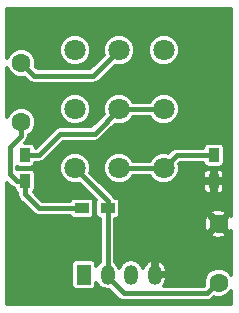
<source format=gtl>
%TF.GenerationSoftware,KiCad,Pcbnew,4.0.4-1.fc24-product*%
%TF.CreationDate,2018-03-01T10:39:20+11:00*%
%TF.ProjectId,MID_STACK,4D49445F535441434B2E6B696361645F,rev?*%
%TF.FileFunction,Copper,L1,Top,Signal*%
%FSLAX46Y46*%
G04 Gerber Fmt 4.6, Leading zero omitted, Abs format (unit mm)*
G04 Created by KiCad (PCBNEW 4.0.4-1.fc24-product) date Thu Mar  1 10:39:20 2018*
%MOMM*%
%LPD*%
G01*
G04 APERTURE LIST*
%ADD10C,0.100000*%
%ADD11C,1.800000*%
%ADD12R,1.200000X1.700000*%
%ADD13O,1.200000X1.700000*%
%ADD14R,0.900000X1.200000*%
%ADD15C,1.600000*%
%ADD16R,1.200000X0.900000*%
%ADD17C,0.400000*%
%ADD18C,0.300000*%
G04 APERTURE END LIST*
D10*
D11*
X178750000Y-96000000D03*
X175000000Y-96000000D03*
X171250000Y-96000000D03*
X178750000Y-101000000D03*
X175000000Y-101000000D03*
X171250000Y-101000000D03*
X171250000Y-106000000D03*
X175000000Y-106000000D03*
X178750000Y-106000000D03*
D12*
X172000000Y-115000000D03*
D13*
X174000000Y-115000000D03*
X176000000Y-115000000D03*
X178000000Y-115000000D03*
D14*
X167000000Y-107100000D03*
X167000000Y-104900000D03*
X183000000Y-104900000D03*
X183000000Y-107100000D03*
D15*
X166700000Y-97100000D03*
X166700000Y-102100000D03*
X183400000Y-115700000D03*
X183400000Y-110700000D03*
D16*
X171800000Y-109400000D03*
X174000000Y-109400000D03*
D17*
X172800000Y-98200000D02*
X167800000Y-98200000D01*
X167800000Y-98200000D02*
X166700000Y-97100000D01*
X175000000Y-96000000D02*
X172800000Y-98200000D01*
X166700000Y-102100000D02*
X166700000Y-103231370D01*
X166700000Y-103231370D02*
X165700000Y-104231370D01*
X165700000Y-104231370D02*
X165700000Y-106500000D01*
X165700000Y-106500000D02*
X166300000Y-107100000D01*
X166300000Y-107100000D02*
X167000000Y-107100000D01*
X167000000Y-107100000D02*
X167000000Y-108200000D01*
X167000000Y-108200000D02*
X168200000Y-109400000D01*
X168200000Y-109400000D02*
X170800000Y-109400000D01*
X170800000Y-109400000D02*
X171800000Y-109400000D01*
X183300000Y-115700000D02*
X182400000Y-116600000D01*
X182400000Y-116600000D02*
X175350000Y-116600000D01*
X175350000Y-116600000D02*
X174000000Y-115250000D01*
X174000000Y-115250000D02*
X174000000Y-115000000D01*
X171250000Y-106000000D02*
X174000000Y-108750000D01*
X174000000Y-108750000D02*
X174000000Y-109400000D01*
X171300000Y-106000000D02*
X171250000Y-106000000D01*
X174000000Y-115000000D02*
X174000000Y-109400000D01*
X175000000Y-101000000D02*
X178750000Y-101000000D01*
X170000000Y-103100000D02*
X172900000Y-103100000D01*
X172900000Y-103100000D02*
X175000000Y-101000000D01*
X168200000Y-104900000D02*
X170000000Y-103100000D01*
X167000000Y-104900000D02*
X168200000Y-104900000D01*
X167000000Y-104900000D02*
X167000000Y-104750000D01*
X183000000Y-104900000D02*
X179850000Y-104900000D01*
X179850000Y-104900000D02*
X178750000Y-106000000D01*
X175000000Y-106000000D02*
X178750000Y-106000000D01*
D18*
G36*
X184475000Y-110060729D02*
X184320842Y-109991290D01*
X183612132Y-110700000D01*
X184320842Y-111408710D01*
X184475000Y-111339271D01*
X184475000Y-115028395D01*
X184460316Y-114992857D01*
X184108993Y-114640919D01*
X183649731Y-114450217D01*
X183152450Y-114449783D01*
X182692857Y-114639684D01*
X182340919Y-114991007D01*
X182150217Y-115450269D01*
X182149797Y-115930964D01*
X182130762Y-115950000D01*
X178775845Y-115950000D01*
X178953583Y-115717073D01*
X179059737Y-115316599D01*
X178944608Y-115150000D01*
X178150000Y-115150000D01*
X178150000Y-115170000D01*
X177850000Y-115170000D01*
X177850000Y-115150000D01*
X177830000Y-115150000D01*
X177830000Y-114850000D01*
X177850000Y-114850000D01*
X177850000Y-113824578D01*
X178150000Y-113824578D01*
X178150000Y-114850000D01*
X178944608Y-114850000D01*
X179059737Y-114683401D01*
X178953583Y-114282927D01*
X178702255Y-113953560D01*
X178310725Y-113747030D01*
X178150000Y-113824578D01*
X177850000Y-113824578D01*
X177689275Y-113747030D01*
X177297745Y-113953560D01*
X177046417Y-114282927D01*
X176998281Y-114464522D01*
X176970074Y-114322713D01*
X176742462Y-113982069D01*
X176401818Y-113754457D01*
X176000000Y-113674531D01*
X175598182Y-113754457D01*
X175257538Y-113982069D01*
X175029926Y-114322713D01*
X175000000Y-114473162D01*
X174970074Y-114322713D01*
X174742462Y-113982069D01*
X174650000Y-113920288D01*
X174650000Y-111620842D01*
X182691290Y-111620842D01*
X182777433Y-111812085D01*
X183250400Y-111965679D01*
X183746142Y-111926583D01*
X184022567Y-111812085D01*
X184108710Y-111620842D01*
X183400000Y-110912132D01*
X182691290Y-111620842D01*
X174650000Y-111620842D01*
X174650000Y-110550400D01*
X182134321Y-110550400D01*
X182173417Y-111046142D01*
X182287915Y-111322567D01*
X182479158Y-111408710D01*
X183187868Y-110700000D01*
X182479158Y-109991290D01*
X182287915Y-110077433D01*
X182134321Y-110550400D01*
X174650000Y-110550400D01*
X174650000Y-110299408D01*
X174766760Y-110277438D01*
X174919919Y-110178883D01*
X175022668Y-110028505D01*
X175058816Y-109850000D01*
X175058816Y-109779158D01*
X182691290Y-109779158D01*
X183400000Y-110487868D01*
X184108710Y-109779158D01*
X184022567Y-109587915D01*
X183549600Y-109434321D01*
X183053858Y-109473417D01*
X182777433Y-109587915D01*
X182691290Y-109779158D01*
X175058816Y-109779158D01*
X175058816Y-108950000D01*
X175027438Y-108783240D01*
X174928883Y-108630081D01*
X174778505Y-108527332D01*
X174600000Y-108491184D01*
X174593793Y-108491184D01*
X174459619Y-108290380D01*
X173531739Y-107362500D01*
X182100000Y-107362500D01*
X182100000Y-107789511D01*
X182168509Y-107954905D01*
X182295096Y-108081492D01*
X182460490Y-108150000D01*
X182737500Y-108150000D01*
X182850000Y-108037500D01*
X182850000Y-107250000D01*
X183150000Y-107250000D01*
X183150000Y-108037500D01*
X183262500Y-108150000D01*
X183539510Y-108150000D01*
X183704904Y-108081492D01*
X183831491Y-107954905D01*
X183900000Y-107789511D01*
X183900000Y-107362500D01*
X183787500Y-107250000D01*
X183150000Y-107250000D01*
X182850000Y-107250000D01*
X182212500Y-107250000D01*
X182100000Y-107362500D01*
X173531739Y-107362500D01*
X172552581Y-106383342D01*
X172599765Y-106269710D01*
X172599767Y-106267353D01*
X173649766Y-106267353D01*
X173854858Y-106763715D01*
X174234288Y-107143807D01*
X174730290Y-107349765D01*
X175267353Y-107350234D01*
X175763715Y-107145142D01*
X176143807Y-106765712D01*
X176191855Y-106650000D01*
X177557872Y-106650000D01*
X177604858Y-106763715D01*
X177984288Y-107143807D01*
X178480290Y-107349765D01*
X179017353Y-107350234D01*
X179513715Y-107145142D01*
X179893807Y-106765712D01*
X180041308Y-106410489D01*
X182100000Y-106410489D01*
X182100000Y-106837500D01*
X182212500Y-106950000D01*
X182850000Y-106950000D01*
X182850000Y-106162500D01*
X183150000Y-106162500D01*
X183150000Y-106950000D01*
X183787500Y-106950000D01*
X183900000Y-106837500D01*
X183900000Y-106410489D01*
X183831491Y-106245095D01*
X183704904Y-106118508D01*
X183539510Y-106050000D01*
X183262500Y-106050000D01*
X183150000Y-106162500D01*
X182850000Y-106162500D01*
X182737500Y-106050000D01*
X182460490Y-106050000D01*
X182295096Y-106118508D01*
X182168509Y-106245095D01*
X182100000Y-106410489D01*
X180041308Y-106410489D01*
X180099765Y-106269710D01*
X180100234Y-105732647D01*
X180052388Y-105616850D01*
X180119238Y-105550000D01*
X182100592Y-105550000D01*
X182122562Y-105666760D01*
X182221117Y-105819919D01*
X182371495Y-105922668D01*
X182550000Y-105958816D01*
X183450000Y-105958816D01*
X183616760Y-105927438D01*
X183769919Y-105828883D01*
X183872668Y-105678505D01*
X183908816Y-105500000D01*
X183908816Y-104300000D01*
X183877438Y-104133240D01*
X183778883Y-103980081D01*
X183628505Y-103877332D01*
X183450000Y-103841184D01*
X182550000Y-103841184D01*
X182383240Y-103872562D01*
X182230081Y-103971117D01*
X182127332Y-104121495D01*
X182101309Y-104250000D01*
X179850000Y-104250000D01*
X179646990Y-104290381D01*
X179601255Y-104299478D01*
X179390381Y-104440381D01*
X179133343Y-104697419D01*
X179019710Y-104650235D01*
X178482647Y-104649766D01*
X177986285Y-104854858D01*
X177606193Y-105234288D01*
X177558145Y-105350000D01*
X176192128Y-105350000D01*
X176145142Y-105236285D01*
X175765712Y-104856193D01*
X175269710Y-104650235D01*
X174732647Y-104649766D01*
X174236285Y-104854858D01*
X173856193Y-105234288D01*
X173650235Y-105730290D01*
X173649766Y-106267353D01*
X172599767Y-106267353D01*
X172600234Y-105732647D01*
X172395142Y-105236285D01*
X172015712Y-104856193D01*
X171519710Y-104650235D01*
X170982647Y-104649766D01*
X170486285Y-104854858D01*
X170106193Y-105234288D01*
X169900235Y-105730290D01*
X169899766Y-106267353D01*
X170104858Y-106763715D01*
X170484288Y-107143807D01*
X170980290Y-107349765D01*
X171517353Y-107350234D01*
X171633150Y-107302388D01*
X173028041Y-108697280D01*
X172977332Y-108771495D01*
X172941184Y-108950000D01*
X172941184Y-109850000D01*
X172972562Y-110016760D01*
X173071117Y-110169919D01*
X173221495Y-110272668D01*
X173350000Y-110298691D01*
X173350000Y-113920288D01*
X173257538Y-113982069D01*
X173058816Y-114279476D01*
X173058816Y-114150000D01*
X173027438Y-113983240D01*
X172928883Y-113830081D01*
X172778505Y-113727332D01*
X172600000Y-113691184D01*
X171400000Y-113691184D01*
X171233240Y-113722562D01*
X171080081Y-113821117D01*
X170977332Y-113971495D01*
X170941184Y-114150000D01*
X170941184Y-115850000D01*
X170972562Y-116016760D01*
X171071117Y-116169919D01*
X171221495Y-116272668D01*
X171400000Y-116308816D01*
X172600000Y-116308816D01*
X172766760Y-116277438D01*
X172919919Y-116178883D01*
X173022668Y-116028505D01*
X173058816Y-115850000D01*
X173058816Y-115720524D01*
X173257538Y-116017931D01*
X173598182Y-116245543D01*
X174000000Y-116325469D01*
X174130310Y-116299549D01*
X174890380Y-117059619D01*
X175101255Y-117200522D01*
X175142524Y-117208731D01*
X175350000Y-117250000D01*
X182400000Y-117250000D01*
X182607476Y-117208731D01*
X182648745Y-117200522D01*
X182859619Y-117059619D01*
X183022507Y-116896732D01*
X183150269Y-116949783D01*
X183647550Y-116950217D01*
X184107143Y-116760316D01*
X184459081Y-116408993D01*
X184475000Y-116370656D01*
X184475000Y-117475000D01*
X165525000Y-117475000D01*
X165525000Y-107244238D01*
X165840380Y-107559619D01*
X166051255Y-107700522D01*
X166092524Y-107708731D01*
X166092839Y-107708793D01*
X166122562Y-107866760D01*
X166221117Y-108019919D01*
X166350000Y-108107981D01*
X166350000Y-108200000D01*
X166367978Y-108290380D01*
X166399478Y-108448745D01*
X166540381Y-108659619D01*
X167740380Y-109859619D01*
X167951255Y-110000522D01*
X167992524Y-110008731D01*
X168200000Y-110050000D01*
X170793951Y-110050000D01*
X170871117Y-110169919D01*
X171021495Y-110272668D01*
X171200000Y-110308816D01*
X172400000Y-110308816D01*
X172566760Y-110277438D01*
X172719919Y-110178883D01*
X172822668Y-110028505D01*
X172858816Y-109850000D01*
X172858816Y-108950000D01*
X172827438Y-108783240D01*
X172728883Y-108630081D01*
X172578505Y-108527332D01*
X172400000Y-108491184D01*
X171200000Y-108491184D01*
X171033240Y-108522562D01*
X170880081Y-108621117D01*
X170792019Y-108750000D01*
X168469239Y-108750000D01*
X167756656Y-108037418D01*
X167769919Y-108028883D01*
X167872668Y-107878505D01*
X167908816Y-107700000D01*
X167908816Y-106500000D01*
X167877438Y-106333240D01*
X167778883Y-106180081D01*
X167628505Y-106077332D01*
X167450000Y-106041184D01*
X166550000Y-106041184D01*
X166383240Y-106072562D01*
X166350000Y-106093951D01*
X166350000Y-105907981D01*
X166371495Y-105922668D01*
X166550000Y-105958816D01*
X167450000Y-105958816D01*
X167616760Y-105927438D01*
X167769919Y-105828883D01*
X167872668Y-105678505D01*
X167898691Y-105550000D01*
X168200000Y-105550000D01*
X168407476Y-105508731D01*
X168448745Y-105500522D01*
X168659619Y-105359619D01*
X170269239Y-103750000D01*
X172900000Y-103750000D01*
X173107476Y-103708731D01*
X173148745Y-103700522D01*
X173359619Y-103559619D01*
X174616658Y-102302581D01*
X174730290Y-102349765D01*
X175267353Y-102350234D01*
X175763715Y-102145142D01*
X176143807Y-101765712D01*
X176191855Y-101650000D01*
X177557872Y-101650000D01*
X177604858Y-101763715D01*
X177984288Y-102143807D01*
X178480290Y-102349765D01*
X179017353Y-102350234D01*
X179513715Y-102145142D01*
X179893807Y-101765712D01*
X180099765Y-101269710D01*
X180100234Y-100732647D01*
X179895142Y-100236285D01*
X179515712Y-99856193D01*
X179019710Y-99650235D01*
X178482647Y-99649766D01*
X177986285Y-99854858D01*
X177606193Y-100234288D01*
X177558145Y-100350000D01*
X176192128Y-100350000D01*
X176145142Y-100236285D01*
X175765712Y-99856193D01*
X175269710Y-99650235D01*
X174732647Y-99649766D01*
X174236285Y-99854858D01*
X173856193Y-100234288D01*
X173650235Y-100730290D01*
X173649766Y-101267353D01*
X173697612Y-101383149D01*
X172630762Y-102450000D01*
X170000000Y-102450000D01*
X169751256Y-102499478D01*
X169751254Y-102499479D01*
X169751255Y-102499479D01*
X169540380Y-102640381D01*
X167930762Y-104250000D01*
X167899408Y-104250000D01*
X167877438Y-104133240D01*
X167778883Y-103980081D01*
X167628505Y-103877332D01*
X167450000Y-103841184D01*
X167009425Y-103841184D01*
X167159620Y-103690989D01*
X167300522Y-103480114D01*
X167350000Y-103231370D01*
X167350000Y-103183927D01*
X167407143Y-103160316D01*
X167759081Y-102808993D01*
X167949783Y-102349731D01*
X167950217Y-101852450D01*
X167760316Y-101392857D01*
X167635032Y-101267353D01*
X169899766Y-101267353D01*
X170104858Y-101763715D01*
X170484288Y-102143807D01*
X170980290Y-102349765D01*
X171517353Y-102350234D01*
X172013715Y-102145142D01*
X172393807Y-101765712D01*
X172599765Y-101269710D01*
X172600234Y-100732647D01*
X172395142Y-100236285D01*
X172015712Y-99856193D01*
X171519710Y-99650235D01*
X170982647Y-99649766D01*
X170486285Y-99854858D01*
X170106193Y-100234288D01*
X169900235Y-100730290D01*
X169899766Y-101267353D01*
X167635032Y-101267353D01*
X167408993Y-101040919D01*
X166949731Y-100850217D01*
X166452450Y-100849783D01*
X165992857Y-101039684D01*
X165640919Y-101391007D01*
X165525000Y-101670171D01*
X165525000Y-97529588D01*
X165639684Y-97807143D01*
X165991007Y-98159081D01*
X166450269Y-98349783D01*
X166947550Y-98350217D01*
X167006586Y-98325824D01*
X167340381Y-98659619D01*
X167551255Y-98800522D01*
X167592524Y-98808731D01*
X167800000Y-98850000D01*
X172800000Y-98850000D01*
X173007476Y-98808731D01*
X173048745Y-98800522D01*
X173259619Y-98659619D01*
X174616658Y-97302581D01*
X174730290Y-97349765D01*
X175267353Y-97350234D01*
X175763715Y-97145142D01*
X176143807Y-96765712D01*
X176349765Y-96269710D01*
X176349767Y-96267353D01*
X177399766Y-96267353D01*
X177604858Y-96763715D01*
X177984288Y-97143807D01*
X178480290Y-97349765D01*
X179017353Y-97350234D01*
X179513715Y-97145142D01*
X179893807Y-96765712D01*
X180099765Y-96269710D01*
X180100234Y-95732647D01*
X179895142Y-95236285D01*
X179515712Y-94856193D01*
X179019710Y-94650235D01*
X178482647Y-94649766D01*
X177986285Y-94854858D01*
X177606193Y-95234288D01*
X177400235Y-95730290D01*
X177399766Y-96267353D01*
X176349767Y-96267353D01*
X176350234Y-95732647D01*
X176145142Y-95236285D01*
X175765712Y-94856193D01*
X175269710Y-94650235D01*
X174732647Y-94649766D01*
X174236285Y-94854858D01*
X173856193Y-95234288D01*
X173650235Y-95730290D01*
X173649766Y-96267353D01*
X173697612Y-96383149D01*
X172530762Y-97550000D01*
X168069238Y-97550000D01*
X167926072Y-97406834D01*
X167949783Y-97349731D01*
X167950217Y-96852450D01*
X167760316Y-96392857D01*
X167635032Y-96267353D01*
X169899766Y-96267353D01*
X170104858Y-96763715D01*
X170484288Y-97143807D01*
X170980290Y-97349765D01*
X171517353Y-97350234D01*
X172013715Y-97145142D01*
X172393807Y-96765712D01*
X172599765Y-96269710D01*
X172600234Y-95732647D01*
X172395142Y-95236285D01*
X172015712Y-94856193D01*
X171519710Y-94650235D01*
X170982647Y-94649766D01*
X170486285Y-94854858D01*
X170106193Y-95234288D01*
X169900235Y-95730290D01*
X169899766Y-96267353D01*
X167635032Y-96267353D01*
X167408993Y-96040919D01*
X166949731Y-95850217D01*
X166452450Y-95849783D01*
X165992857Y-96039684D01*
X165640919Y-96391007D01*
X165525000Y-96670171D01*
X165525000Y-92525000D01*
X184475000Y-92525000D01*
X184475000Y-110060729D01*
X184475000Y-110060729D01*
G37*
X184475000Y-110060729D02*
X184320842Y-109991290D01*
X183612132Y-110700000D01*
X184320842Y-111408710D01*
X184475000Y-111339271D01*
X184475000Y-115028395D01*
X184460316Y-114992857D01*
X184108993Y-114640919D01*
X183649731Y-114450217D01*
X183152450Y-114449783D01*
X182692857Y-114639684D01*
X182340919Y-114991007D01*
X182150217Y-115450269D01*
X182149797Y-115930964D01*
X182130762Y-115950000D01*
X178775845Y-115950000D01*
X178953583Y-115717073D01*
X179059737Y-115316599D01*
X178944608Y-115150000D01*
X178150000Y-115150000D01*
X178150000Y-115170000D01*
X177850000Y-115170000D01*
X177850000Y-115150000D01*
X177830000Y-115150000D01*
X177830000Y-114850000D01*
X177850000Y-114850000D01*
X177850000Y-113824578D01*
X178150000Y-113824578D01*
X178150000Y-114850000D01*
X178944608Y-114850000D01*
X179059737Y-114683401D01*
X178953583Y-114282927D01*
X178702255Y-113953560D01*
X178310725Y-113747030D01*
X178150000Y-113824578D01*
X177850000Y-113824578D01*
X177689275Y-113747030D01*
X177297745Y-113953560D01*
X177046417Y-114282927D01*
X176998281Y-114464522D01*
X176970074Y-114322713D01*
X176742462Y-113982069D01*
X176401818Y-113754457D01*
X176000000Y-113674531D01*
X175598182Y-113754457D01*
X175257538Y-113982069D01*
X175029926Y-114322713D01*
X175000000Y-114473162D01*
X174970074Y-114322713D01*
X174742462Y-113982069D01*
X174650000Y-113920288D01*
X174650000Y-111620842D01*
X182691290Y-111620842D01*
X182777433Y-111812085D01*
X183250400Y-111965679D01*
X183746142Y-111926583D01*
X184022567Y-111812085D01*
X184108710Y-111620842D01*
X183400000Y-110912132D01*
X182691290Y-111620842D01*
X174650000Y-111620842D01*
X174650000Y-110550400D01*
X182134321Y-110550400D01*
X182173417Y-111046142D01*
X182287915Y-111322567D01*
X182479158Y-111408710D01*
X183187868Y-110700000D01*
X182479158Y-109991290D01*
X182287915Y-110077433D01*
X182134321Y-110550400D01*
X174650000Y-110550400D01*
X174650000Y-110299408D01*
X174766760Y-110277438D01*
X174919919Y-110178883D01*
X175022668Y-110028505D01*
X175058816Y-109850000D01*
X175058816Y-109779158D01*
X182691290Y-109779158D01*
X183400000Y-110487868D01*
X184108710Y-109779158D01*
X184022567Y-109587915D01*
X183549600Y-109434321D01*
X183053858Y-109473417D01*
X182777433Y-109587915D01*
X182691290Y-109779158D01*
X175058816Y-109779158D01*
X175058816Y-108950000D01*
X175027438Y-108783240D01*
X174928883Y-108630081D01*
X174778505Y-108527332D01*
X174600000Y-108491184D01*
X174593793Y-108491184D01*
X174459619Y-108290380D01*
X173531739Y-107362500D01*
X182100000Y-107362500D01*
X182100000Y-107789511D01*
X182168509Y-107954905D01*
X182295096Y-108081492D01*
X182460490Y-108150000D01*
X182737500Y-108150000D01*
X182850000Y-108037500D01*
X182850000Y-107250000D01*
X183150000Y-107250000D01*
X183150000Y-108037500D01*
X183262500Y-108150000D01*
X183539510Y-108150000D01*
X183704904Y-108081492D01*
X183831491Y-107954905D01*
X183900000Y-107789511D01*
X183900000Y-107362500D01*
X183787500Y-107250000D01*
X183150000Y-107250000D01*
X182850000Y-107250000D01*
X182212500Y-107250000D01*
X182100000Y-107362500D01*
X173531739Y-107362500D01*
X172552581Y-106383342D01*
X172599765Y-106269710D01*
X172599767Y-106267353D01*
X173649766Y-106267353D01*
X173854858Y-106763715D01*
X174234288Y-107143807D01*
X174730290Y-107349765D01*
X175267353Y-107350234D01*
X175763715Y-107145142D01*
X176143807Y-106765712D01*
X176191855Y-106650000D01*
X177557872Y-106650000D01*
X177604858Y-106763715D01*
X177984288Y-107143807D01*
X178480290Y-107349765D01*
X179017353Y-107350234D01*
X179513715Y-107145142D01*
X179893807Y-106765712D01*
X180041308Y-106410489D01*
X182100000Y-106410489D01*
X182100000Y-106837500D01*
X182212500Y-106950000D01*
X182850000Y-106950000D01*
X182850000Y-106162500D01*
X183150000Y-106162500D01*
X183150000Y-106950000D01*
X183787500Y-106950000D01*
X183900000Y-106837500D01*
X183900000Y-106410489D01*
X183831491Y-106245095D01*
X183704904Y-106118508D01*
X183539510Y-106050000D01*
X183262500Y-106050000D01*
X183150000Y-106162500D01*
X182850000Y-106162500D01*
X182737500Y-106050000D01*
X182460490Y-106050000D01*
X182295096Y-106118508D01*
X182168509Y-106245095D01*
X182100000Y-106410489D01*
X180041308Y-106410489D01*
X180099765Y-106269710D01*
X180100234Y-105732647D01*
X180052388Y-105616850D01*
X180119238Y-105550000D01*
X182100592Y-105550000D01*
X182122562Y-105666760D01*
X182221117Y-105819919D01*
X182371495Y-105922668D01*
X182550000Y-105958816D01*
X183450000Y-105958816D01*
X183616760Y-105927438D01*
X183769919Y-105828883D01*
X183872668Y-105678505D01*
X183908816Y-105500000D01*
X183908816Y-104300000D01*
X183877438Y-104133240D01*
X183778883Y-103980081D01*
X183628505Y-103877332D01*
X183450000Y-103841184D01*
X182550000Y-103841184D01*
X182383240Y-103872562D01*
X182230081Y-103971117D01*
X182127332Y-104121495D01*
X182101309Y-104250000D01*
X179850000Y-104250000D01*
X179646990Y-104290381D01*
X179601255Y-104299478D01*
X179390381Y-104440381D01*
X179133343Y-104697419D01*
X179019710Y-104650235D01*
X178482647Y-104649766D01*
X177986285Y-104854858D01*
X177606193Y-105234288D01*
X177558145Y-105350000D01*
X176192128Y-105350000D01*
X176145142Y-105236285D01*
X175765712Y-104856193D01*
X175269710Y-104650235D01*
X174732647Y-104649766D01*
X174236285Y-104854858D01*
X173856193Y-105234288D01*
X173650235Y-105730290D01*
X173649766Y-106267353D01*
X172599767Y-106267353D01*
X172600234Y-105732647D01*
X172395142Y-105236285D01*
X172015712Y-104856193D01*
X171519710Y-104650235D01*
X170982647Y-104649766D01*
X170486285Y-104854858D01*
X170106193Y-105234288D01*
X169900235Y-105730290D01*
X169899766Y-106267353D01*
X170104858Y-106763715D01*
X170484288Y-107143807D01*
X170980290Y-107349765D01*
X171517353Y-107350234D01*
X171633150Y-107302388D01*
X173028041Y-108697280D01*
X172977332Y-108771495D01*
X172941184Y-108950000D01*
X172941184Y-109850000D01*
X172972562Y-110016760D01*
X173071117Y-110169919D01*
X173221495Y-110272668D01*
X173350000Y-110298691D01*
X173350000Y-113920288D01*
X173257538Y-113982069D01*
X173058816Y-114279476D01*
X173058816Y-114150000D01*
X173027438Y-113983240D01*
X172928883Y-113830081D01*
X172778505Y-113727332D01*
X172600000Y-113691184D01*
X171400000Y-113691184D01*
X171233240Y-113722562D01*
X171080081Y-113821117D01*
X170977332Y-113971495D01*
X170941184Y-114150000D01*
X170941184Y-115850000D01*
X170972562Y-116016760D01*
X171071117Y-116169919D01*
X171221495Y-116272668D01*
X171400000Y-116308816D01*
X172600000Y-116308816D01*
X172766760Y-116277438D01*
X172919919Y-116178883D01*
X173022668Y-116028505D01*
X173058816Y-115850000D01*
X173058816Y-115720524D01*
X173257538Y-116017931D01*
X173598182Y-116245543D01*
X174000000Y-116325469D01*
X174130310Y-116299549D01*
X174890380Y-117059619D01*
X175101255Y-117200522D01*
X175142524Y-117208731D01*
X175350000Y-117250000D01*
X182400000Y-117250000D01*
X182607476Y-117208731D01*
X182648745Y-117200522D01*
X182859619Y-117059619D01*
X183022507Y-116896732D01*
X183150269Y-116949783D01*
X183647550Y-116950217D01*
X184107143Y-116760316D01*
X184459081Y-116408993D01*
X184475000Y-116370656D01*
X184475000Y-117475000D01*
X165525000Y-117475000D01*
X165525000Y-107244238D01*
X165840380Y-107559619D01*
X166051255Y-107700522D01*
X166092524Y-107708731D01*
X166092839Y-107708793D01*
X166122562Y-107866760D01*
X166221117Y-108019919D01*
X166350000Y-108107981D01*
X166350000Y-108200000D01*
X166367978Y-108290380D01*
X166399478Y-108448745D01*
X166540381Y-108659619D01*
X167740380Y-109859619D01*
X167951255Y-110000522D01*
X167992524Y-110008731D01*
X168200000Y-110050000D01*
X170793951Y-110050000D01*
X170871117Y-110169919D01*
X171021495Y-110272668D01*
X171200000Y-110308816D01*
X172400000Y-110308816D01*
X172566760Y-110277438D01*
X172719919Y-110178883D01*
X172822668Y-110028505D01*
X172858816Y-109850000D01*
X172858816Y-108950000D01*
X172827438Y-108783240D01*
X172728883Y-108630081D01*
X172578505Y-108527332D01*
X172400000Y-108491184D01*
X171200000Y-108491184D01*
X171033240Y-108522562D01*
X170880081Y-108621117D01*
X170792019Y-108750000D01*
X168469239Y-108750000D01*
X167756656Y-108037418D01*
X167769919Y-108028883D01*
X167872668Y-107878505D01*
X167908816Y-107700000D01*
X167908816Y-106500000D01*
X167877438Y-106333240D01*
X167778883Y-106180081D01*
X167628505Y-106077332D01*
X167450000Y-106041184D01*
X166550000Y-106041184D01*
X166383240Y-106072562D01*
X166350000Y-106093951D01*
X166350000Y-105907981D01*
X166371495Y-105922668D01*
X166550000Y-105958816D01*
X167450000Y-105958816D01*
X167616760Y-105927438D01*
X167769919Y-105828883D01*
X167872668Y-105678505D01*
X167898691Y-105550000D01*
X168200000Y-105550000D01*
X168407476Y-105508731D01*
X168448745Y-105500522D01*
X168659619Y-105359619D01*
X170269239Y-103750000D01*
X172900000Y-103750000D01*
X173107476Y-103708731D01*
X173148745Y-103700522D01*
X173359619Y-103559619D01*
X174616658Y-102302581D01*
X174730290Y-102349765D01*
X175267353Y-102350234D01*
X175763715Y-102145142D01*
X176143807Y-101765712D01*
X176191855Y-101650000D01*
X177557872Y-101650000D01*
X177604858Y-101763715D01*
X177984288Y-102143807D01*
X178480290Y-102349765D01*
X179017353Y-102350234D01*
X179513715Y-102145142D01*
X179893807Y-101765712D01*
X180099765Y-101269710D01*
X180100234Y-100732647D01*
X179895142Y-100236285D01*
X179515712Y-99856193D01*
X179019710Y-99650235D01*
X178482647Y-99649766D01*
X177986285Y-99854858D01*
X177606193Y-100234288D01*
X177558145Y-100350000D01*
X176192128Y-100350000D01*
X176145142Y-100236285D01*
X175765712Y-99856193D01*
X175269710Y-99650235D01*
X174732647Y-99649766D01*
X174236285Y-99854858D01*
X173856193Y-100234288D01*
X173650235Y-100730290D01*
X173649766Y-101267353D01*
X173697612Y-101383149D01*
X172630762Y-102450000D01*
X170000000Y-102450000D01*
X169751256Y-102499478D01*
X169751254Y-102499479D01*
X169751255Y-102499479D01*
X169540380Y-102640381D01*
X167930762Y-104250000D01*
X167899408Y-104250000D01*
X167877438Y-104133240D01*
X167778883Y-103980081D01*
X167628505Y-103877332D01*
X167450000Y-103841184D01*
X167009425Y-103841184D01*
X167159620Y-103690989D01*
X167300522Y-103480114D01*
X167350000Y-103231370D01*
X167350000Y-103183927D01*
X167407143Y-103160316D01*
X167759081Y-102808993D01*
X167949783Y-102349731D01*
X167950217Y-101852450D01*
X167760316Y-101392857D01*
X167635032Y-101267353D01*
X169899766Y-101267353D01*
X170104858Y-101763715D01*
X170484288Y-102143807D01*
X170980290Y-102349765D01*
X171517353Y-102350234D01*
X172013715Y-102145142D01*
X172393807Y-101765712D01*
X172599765Y-101269710D01*
X172600234Y-100732647D01*
X172395142Y-100236285D01*
X172015712Y-99856193D01*
X171519710Y-99650235D01*
X170982647Y-99649766D01*
X170486285Y-99854858D01*
X170106193Y-100234288D01*
X169900235Y-100730290D01*
X169899766Y-101267353D01*
X167635032Y-101267353D01*
X167408993Y-101040919D01*
X166949731Y-100850217D01*
X166452450Y-100849783D01*
X165992857Y-101039684D01*
X165640919Y-101391007D01*
X165525000Y-101670171D01*
X165525000Y-97529588D01*
X165639684Y-97807143D01*
X165991007Y-98159081D01*
X166450269Y-98349783D01*
X166947550Y-98350217D01*
X167006586Y-98325824D01*
X167340381Y-98659619D01*
X167551255Y-98800522D01*
X167592524Y-98808731D01*
X167800000Y-98850000D01*
X172800000Y-98850000D01*
X173007476Y-98808731D01*
X173048745Y-98800522D01*
X173259619Y-98659619D01*
X174616658Y-97302581D01*
X174730290Y-97349765D01*
X175267353Y-97350234D01*
X175763715Y-97145142D01*
X176143807Y-96765712D01*
X176349765Y-96269710D01*
X176349767Y-96267353D01*
X177399766Y-96267353D01*
X177604858Y-96763715D01*
X177984288Y-97143807D01*
X178480290Y-97349765D01*
X179017353Y-97350234D01*
X179513715Y-97145142D01*
X179893807Y-96765712D01*
X180099765Y-96269710D01*
X180100234Y-95732647D01*
X179895142Y-95236285D01*
X179515712Y-94856193D01*
X179019710Y-94650235D01*
X178482647Y-94649766D01*
X177986285Y-94854858D01*
X177606193Y-95234288D01*
X177400235Y-95730290D01*
X177399766Y-96267353D01*
X176349767Y-96267353D01*
X176350234Y-95732647D01*
X176145142Y-95236285D01*
X175765712Y-94856193D01*
X175269710Y-94650235D01*
X174732647Y-94649766D01*
X174236285Y-94854858D01*
X173856193Y-95234288D01*
X173650235Y-95730290D01*
X173649766Y-96267353D01*
X173697612Y-96383149D01*
X172530762Y-97550000D01*
X168069238Y-97550000D01*
X167926072Y-97406834D01*
X167949783Y-97349731D01*
X167950217Y-96852450D01*
X167760316Y-96392857D01*
X167635032Y-96267353D01*
X169899766Y-96267353D01*
X170104858Y-96763715D01*
X170484288Y-97143807D01*
X170980290Y-97349765D01*
X171517353Y-97350234D01*
X172013715Y-97145142D01*
X172393807Y-96765712D01*
X172599765Y-96269710D01*
X172600234Y-95732647D01*
X172395142Y-95236285D01*
X172015712Y-94856193D01*
X171519710Y-94650235D01*
X170982647Y-94649766D01*
X170486285Y-94854858D01*
X170106193Y-95234288D01*
X169900235Y-95730290D01*
X169899766Y-96267353D01*
X167635032Y-96267353D01*
X167408993Y-96040919D01*
X166949731Y-95850217D01*
X166452450Y-95849783D01*
X165992857Y-96039684D01*
X165640919Y-96391007D01*
X165525000Y-96670171D01*
X165525000Y-92525000D01*
X184475000Y-92525000D01*
X184475000Y-110060729D01*
M02*

</source>
